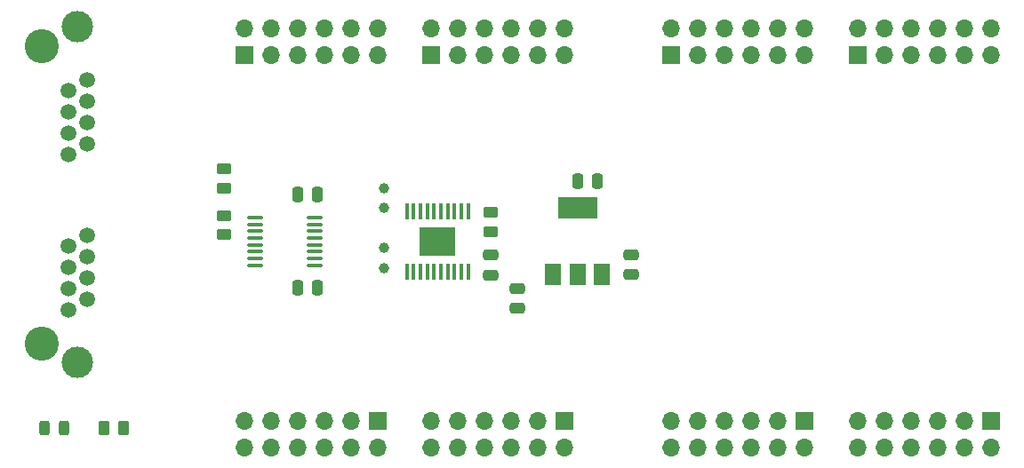
<source format=gbr>
%TF.GenerationSoftware,KiCad,Pcbnew,7.0.5*%
%TF.CreationDate,2024-01-16T20:54:18+01:00*%
%TF.ProjectId,test,74657374-2e6b-4696-9361-645f70636258,rev?*%
%TF.SameCoordinates,Original*%
%TF.FileFunction,Soldermask,Top*%
%TF.FilePolarity,Negative*%
%FSLAX46Y46*%
G04 Gerber Fmt 4.6, Leading zero omitted, Abs format (unit mm)*
G04 Created by KiCad (PCBNEW 7.0.5) date 2024-01-16 20:54:18*
%MOMM*%
%LPD*%
G01*
G04 APERTURE LIST*
G04 Aperture macros list*
%AMRoundRect*
0 Rectangle with rounded corners*
0 $1 Rounding radius*
0 $2 $3 $4 $5 $6 $7 $8 $9 X,Y pos of 4 corners*
0 Add a 4 corners polygon primitive as box body*
4,1,4,$2,$3,$4,$5,$6,$7,$8,$9,$2,$3,0*
0 Add four circle primitives for the rounded corners*
1,1,$1+$1,$2,$3*
1,1,$1+$1,$4,$5*
1,1,$1+$1,$6,$7*
1,1,$1+$1,$8,$9*
0 Add four rect primitives between the rounded corners*
20,1,$1+$1,$2,$3,$4,$5,0*
20,1,$1+$1,$4,$5,$6,$7,0*
20,1,$1+$1,$6,$7,$8,$9,0*
20,1,$1+$1,$8,$9,$2,$3,0*%
G04 Aperture macros list end*
%ADD10RoundRect,0.250000X0.475000X-0.250000X0.475000X0.250000X-0.475000X0.250000X-0.475000X-0.250000X0*%
%ADD11RoundRect,0.250000X0.250000X0.475000X-0.250000X0.475000X-0.250000X-0.475000X0.250000X-0.475000X0*%
%ADD12O,1.700000X1.700000*%
%ADD13R,1.700000X1.700000*%
%ADD14C,1.000000*%
%ADD15RoundRect,0.243750X-0.243750X-0.456250X0.243750X-0.456250X0.243750X0.456250X-0.243750X0.456250X0*%
%ADD16C,3.250000*%
%ADD17C,1.500000*%
%ADD18C,3.000000*%
%ADD19RoundRect,0.250000X-0.450000X0.262500X-0.450000X-0.262500X0.450000X-0.262500X0.450000X0.262500X0*%
%ADD20RoundRect,0.250000X0.450000X-0.262500X0.450000X0.262500X-0.450000X0.262500X-0.450000X-0.262500X0*%
%ADD21RoundRect,0.250000X-0.250000X-0.475000X0.250000X-0.475000X0.250000X0.475000X-0.250000X0.475000X0*%
%ADD22R,3.430000X2.750000*%
%ADD23RoundRect,0.100000X-0.100000X0.687500X-0.100000X-0.687500X0.100000X-0.687500X0.100000X0.687500X0*%
%ADD24RoundRect,0.100000X-0.637500X-0.100000X0.637500X-0.100000X0.637500X0.100000X-0.637500X0.100000X0*%
%ADD25R,1.500000X2.000000*%
%ADD26R,3.800000X2.000000*%
%ADD27RoundRect,0.250000X0.262500X0.450000X-0.262500X0.450000X-0.262500X-0.450000X0.262500X-0.450000X0*%
G04 APERTURE END LIST*
D10*
%TO.C,C1*%
X144145000Y-97790000D03*
X144145000Y-95890000D03*
%TD*%
D11*
%TO.C,C6*%
X125095000Y-86995000D03*
X123195000Y-86995000D03*
%TD*%
D12*
%TO.C,J11*%
X176530000Y-111120000D03*
X176530000Y-108580000D03*
X179070000Y-111120000D03*
X179070000Y-108580000D03*
X181610000Y-111120000D03*
X181610000Y-108580000D03*
X184150000Y-111120000D03*
X184150000Y-108580000D03*
X186690000Y-111120000D03*
X186690000Y-108580000D03*
X189230000Y-111120000D03*
D13*
X189230000Y-108580000D03*
%TD*%
D14*
%TO.C,SCI*%
X131445000Y-88265000D03*
%TD*%
D15*
%TO.C,D1*%
X99060000Y-109220000D03*
X100935000Y-109220000D03*
%TD*%
D13*
%TO.C,J5*%
X135890000Y-73665000D03*
D12*
X135890000Y-71125000D03*
X138430000Y-73665000D03*
X138430000Y-71125000D03*
X140970000Y-73665000D03*
X140970000Y-71125000D03*
X143510000Y-73665000D03*
X143510000Y-71125000D03*
X146050000Y-73665000D03*
X146050000Y-71125000D03*
X148590000Y-73665000D03*
X148590000Y-71125000D03*
%TD*%
D13*
%TO.C,J7*%
X176530000Y-73665000D03*
D12*
X176530000Y-71125000D03*
X179070000Y-73665000D03*
X179070000Y-71125000D03*
X181610000Y-73665000D03*
X181610000Y-71125000D03*
X184150000Y-73665000D03*
X184150000Y-71125000D03*
X186690000Y-73665000D03*
X186690000Y-71125000D03*
X189230000Y-73665000D03*
X189230000Y-71125000D03*
%TD*%
D16*
%TO.C,J3*%
X98805000Y-72775000D03*
X98805000Y-101215000D03*
D17*
X101345000Y-97935000D03*
X103125000Y-96955000D03*
X101345000Y-95935000D03*
X103125000Y-94915000D03*
X101345000Y-93895000D03*
X103125000Y-92875000D03*
X101345000Y-91855000D03*
X103125000Y-90835000D03*
X101345000Y-83155000D03*
X103125000Y-82135000D03*
X101345000Y-81115000D03*
X103125000Y-80095000D03*
X101345000Y-79075000D03*
X103125000Y-78055000D03*
X101345000Y-77035000D03*
X103125000Y-76055000D03*
D18*
X102235000Y-70995000D03*
X102235000Y-102995000D03*
%TD*%
D19*
%TO.C,R2*%
X116205000Y-84535000D03*
X116205000Y-86360000D03*
%TD*%
D13*
%TO.C,J6*%
X158750000Y-73665000D03*
D12*
X158750000Y-71125000D03*
X161290000Y-73665000D03*
X161290000Y-71125000D03*
X163830000Y-73665000D03*
X163830000Y-71125000D03*
X166370000Y-73665000D03*
X166370000Y-71125000D03*
X168910000Y-73665000D03*
X168910000Y-71125000D03*
X171450000Y-73665000D03*
X171450000Y-71125000D03*
%TD*%
%TO.C,J4*%
X130810000Y-71125000D03*
X130810000Y-73665000D03*
X128270000Y-71125000D03*
X128270000Y-73665000D03*
X125730000Y-71125000D03*
X125730000Y-73665000D03*
X123190000Y-71125000D03*
X123190000Y-73665000D03*
X120650000Y-71125000D03*
X120650000Y-73665000D03*
X118110000Y-71125000D03*
D13*
X118110000Y-73665000D03*
%TD*%
D10*
%TO.C,C2*%
X154940000Y-94615000D03*
X154940000Y-92715000D03*
%TD*%
D20*
%TO.C,R3*%
X116205000Y-90805000D03*
X116205000Y-88980000D03*
%TD*%
D13*
%TO.C,J8*%
X130810000Y-108580000D03*
D12*
X130810000Y-111120000D03*
X128270000Y-108580000D03*
X128270000Y-111120000D03*
X125730000Y-108580000D03*
X125730000Y-111120000D03*
X123190000Y-108580000D03*
X123190000Y-111120000D03*
X120650000Y-108580000D03*
X120650000Y-111120000D03*
X118110000Y-108580000D03*
X118110000Y-111120000D03*
%TD*%
D13*
%TO.C,J10*%
X171450000Y-108580000D03*
D12*
X171450000Y-111120000D03*
X168910000Y-108580000D03*
X168910000Y-111120000D03*
X166370000Y-108580000D03*
X166370000Y-111120000D03*
X163830000Y-108580000D03*
X163830000Y-111120000D03*
X161290000Y-108580000D03*
X161290000Y-111120000D03*
X158750000Y-108580000D03*
X158750000Y-111120000D03*
%TD*%
D21*
%TO.C,C3*%
X149865000Y-85725000D03*
X151765000Y-85725000D03*
%TD*%
D19*
%TO.C,R4*%
X141605000Y-88652500D03*
X141605000Y-90477500D03*
%TD*%
D14*
%TO.C,SDI*%
X131445000Y-86360000D03*
%TD*%
D22*
%TO.C,U3*%
X136525000Y-91440000D03*
D23*
X139450000Y-88577500D03*
X138800000Y-88577500D03*
X138150000Y-88577500D03*
X137500000Y-88577500D03*
X136850000Y-88577500D03*
X136200000Y-88577500D03*
X135550000Y-88577500D03*
X134900000Y-88577500D03*
X134250000Y-88577500D03*
X133600000Y-88577500D03*
X133600000Y-94302500D03*
X134250000Y-94302500D03*
X134900000Y-94302500D03*
X135550000Y-94302500D03*
X136200000Y-94302500D03*
X136850000Y-94302500D03*
X137500000Y-94302500D03*
X138150000Y-94302500D03*
X138800000Y-94302500D03*
X139450000Y-94302500D03*
%TD*%
D10*
%TO.C,C4*%
X141605000Y-94640000D03*
X141605000Y-92740000D03*
%TD*%
D14*
%TO.C,SCO*%
X131445000Y-93980000D03*
%TD*%
%TO.C,SDO*%
X131445000Y-92075000D03*
%TD*%
D21*
%TO.C,C5*%
X123195000Y-95885000D03*
X125095000Y-95885000D03*
%TD*%
D13*
%TO.C,J9*%
X148590000Y-108580000D03*
D12*
X148590000Y-111120000D03*
X146050000Y-108580000D03*
X146050000Y-111120000D03*
X143510000Y-108580000D03*
X143510000Y-111120000D03*
X140970000Y-108580000D03*
X140970000Y-111120000D03*
X138430000Y-108580000D03*
X138430000Y-111120000D03*
X135890000Y-108580000D03*
X135890000Y-111120000D03*
%TD*%
D24*
%TO.C,U1*%
X119132500Y-89165000D03*
X119132500Y-89815000D03*
X119132500Y-90465000D03*
X119132500Y-91115000D03*
X119132500Y-91765000D03*
X119132500Y-92415000D03*
X119132500Y-93065000D03*
X119132500Y-93715000D03*
X124857500Y-93715000D03*
X124857500Y-93065000D03*
X124857500Y-92415000D03*
X124857500Y-91765000D03*
X124857500Y-91115000D03*
X124857500Y-90465000D03*
X124857500Y-89815000D03*
X124857500Y-89165000D03*
%TD*%
D25*
%TO.C,U2*%
X147560000Y-94565000D03*
X149860000Y-94565000D03*
D26*
X149860000Y-88265000D03*
D25*
X152160000Y-94565000D03*
%TD*%
D27*
%TO.C,R1*%
X106600000Y-109220000D03*
X104775000Y-109220000D03*
%TD*%
M02*

</source>
